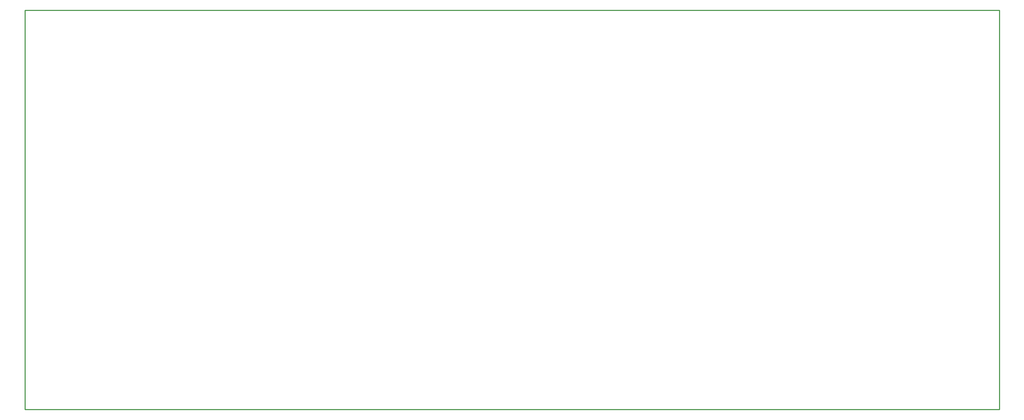
<source format=gko>
G04 Layer: BoardOutlineLayer*
G04 EasyEDA v6.5.43, 2024-08-29 12:16:04*
G04 cb6e2e9fbd21486d88ae5690d2d3dc00,10*
G04 Gerber Generator version 0.2*
G04 Scale: 100 percent, Rotated: No, Reflected: No *
G04 Dimensions in millimeters *
G04 leading zeros omitted , absolute positions ,4 integer and 5 decimal *
%FSLAX45Y45*%
%MOMM*%

%ADD10C,0.2540*%
D10*
X0Y-2806700D02*
G01*
X0Y7099300D01*
X24130000Y7099300D01*
X24130000Y-2806700D01*
X0Y-2806700D01*

%LPD*%
M02*

</source>
